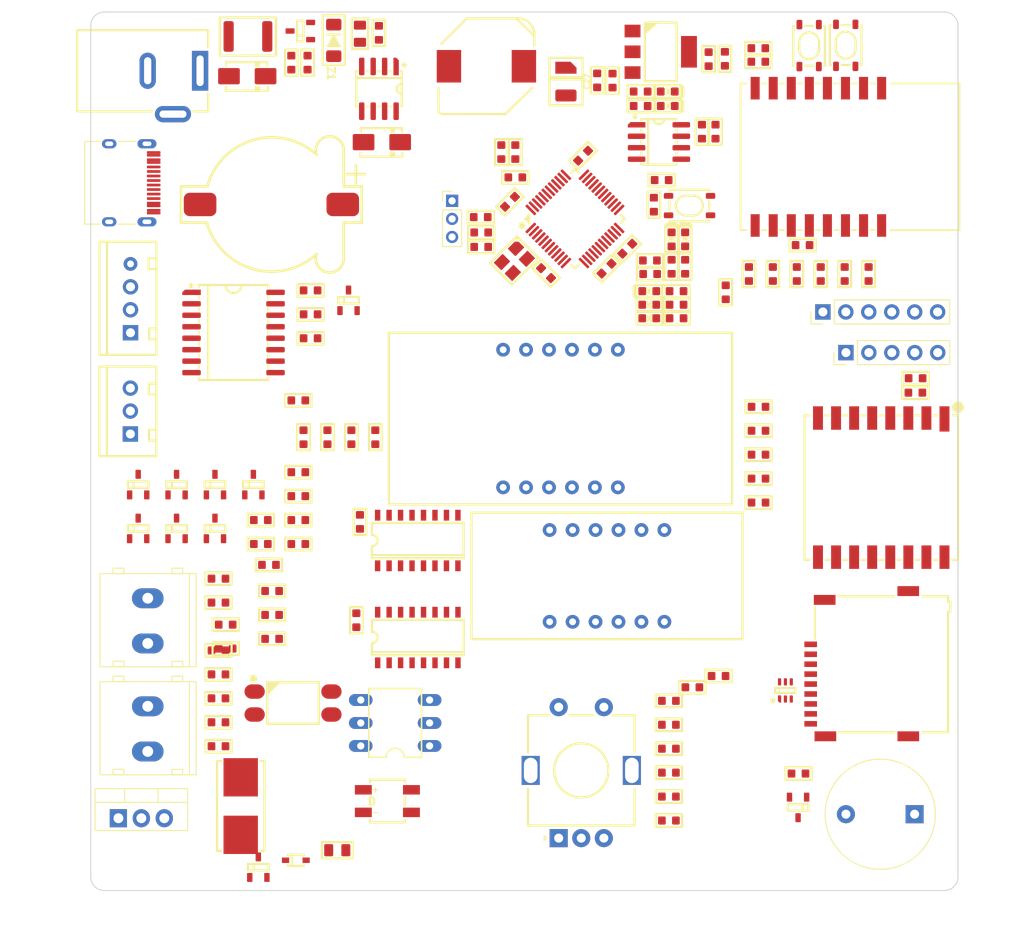
<source format=kicad_pcb>
(kicad_pcb (version 20221018) (generator pcbnew)
  (layers (0 "F.Cu" signal) (31 "B.Cu" signal) (34 "B.Paste" user) (35 "F.Paste" user) (36 "B.SilkS" user "B.Silkscreen") (37 "F.SilkS" user "F.Silkscreen") (38 "B.Mask" user) (39 "F.Mask" user) (44 "Edge.Cuts" user))
  (net 0 "")
  (net 1 "+5V")
  (net 2 "GND")
  (net 3 "+3V3")
  (net 4 "Net-(C5-Pad1)")
  (net 5 "Net-(Q4-E)")
  (net 6 "Net-(LE1-e)")
  (net 7 "Net-(LE1-d)")
  (net 8 "Net-(LE1-DPX)")
  (net 9 "Net-(LE1-c)")
  (net 10 "Net-(LE1-g)")
  (net 11 "Net-(LE1-b)")
  (net 12 "Net-(LE1-CC3)")
  (net 13 "Net-(LE1-CC2)")
  (net 14 "Net-(LE1-f)")
  (net 15 "Net-(LE1-a)")
  (net 16 "Net-(LE1-CC1)")
  (net 17 "Net-(Q1-B)")
  (net 18 "Net-(Q2-B)")
  (net 19 "Net-(Q3-B)")
  (net 20 "Net-(Q4-C)")
  (net 21 "Net-(U2-QB)")
  (net 22 "Net-(C5-Pad2)")
  (net 23 "Net-(U2-QD)")
  (net 24 "Net-(U2-QH)")
  (net 25 "Net-(U2-QF)")
  (net 26 "Net-(U2-QE)")
  (net 27 "Net-(U2-QC)")
  (net 28 "Net-(U2-QA)")
  (net 29 "Net-(U2-QG)")
  (net 30 "Net-(D1-+)")
  (net 31 "Net-(C8-Pad1)")
  (net 32 "Net-(D1--)")
  (net 33 "Net-(D2-G)")
  (net 34 "/RTC_DS3231/Vbat")
  (net 35 "/TRIAC_ACDET/Load")
  (net 36 "/STM32/ST.EnC_BT")
  (net 37 "/STM32/ST.EnC_B")
  (net 38 "/STM32/ST.EnC_A")
  (net 39 "Net-(LE2-CC4)")
  (net 40 "Net-(LE2-CC3)")
  (net 41 "Net-(LE2-CC2)")
  (net 42 "Net-(LE2-CC1)")
  (net 43 "Net-(Q5-B)")
  (net 44 "Net-(Q6-B)")
  (net 45 "Net-(Q7-B)")
  (net 46 "Net-(Q8-B)")
  (net 47 "/TRIAC_ACDET/L_after")
  (net 48 "Net-(IC1-VBAT)")
  (net 49 "Net-(R22-Pad1)")
  (net 50 "Net-(R23-Pad1)")
  (net 51 "/MICRO_SD/SD.DET")
  (net 52 "/MICRO_SD/SD.CS")
  (net 53 "Net-(R25-Pad2)")
  (net 54 "/LORA/LORA.MOSI")
  (net 55 "/LORA/LORA.SCK")
  (net 56 "/LORA/LORA.MISO")
  (net 57 "/TRIAC_ACDET/L")
  (net 58 "/74HC595_HEADER_OUTPUT/SHT31.SDA")
  (net 59 "/74HC595_HEADER_OUTPUT/SHT31.SCL")
  (net 62 "/TRIAC_ACDET/N")
  (net 63 "Net-(D4-Pad1)")
  (net 64 "VDC")
  (net 68 "/ESP/RST")
  (net 69 "/ESP/TX")
  (net 70 "/ESP/RX")
  (net 71 "/ESP/BOOT")
  (net 72 "/STM32/SWCLK")
  (net 73 "/STM32/SWDIO")
  (net 74 "/STM32/PD0")
  (net 75 "/STM32/PD1")
  (net 76 "/ESP/RX_ESP32")
  (net 78 "/74HC595_HEADER_OUTPUT/LOG_RX")
  (net 79 "Net-(LE3-Pad1)")
  (net 85 "/STM32/Led_test1")
  (net 86 "/STM32/Led_test3")
  (net 87 "/STM32/Led_test2")
  (net 88 "Net-(U7-PA3)")
  (net 89 "Net-(U7-PB11)")
  (net 94 "/ESP/TX_ESP32")
  (net 95 "/74HC595_HEADER_OUTPUT/LOG_TX")
  (net 102 "/STM32/ST.D+")
  (net 103 "/STM32/RST")
  (net 104 "/STM32/ST.D-")
  (net 105 "Net-(LE4-Pad1)")
  (net 106 "Net-(LE5-Pad1)")
  (net 107 "Net-(LE7-Pad1)")
  (net 108 "Net-(LE8-Pad1)")
  (net 111 "/BUZZER/Buzzer")
  (net 112 "/74HC595_HEADER_OUTPUT/74HC595.RCLK")
  (net 113 "/74HC595_HEADER_OUTPUT/74HC595.SRCLK")
  (net 114 "/74HC595_HEADER_OUTPUT/74HC595.OE")
  (net 115 "/74HC595_HEADER_OUTPUT/74HC595.SER")
  (net 116 "/74HC595_HEADER_OUTPUT/LE3")
  (net 117 "Net-(BZ1-+)")
  (net 118 "/STM32/ACDET")
  (net 119 "Net-(U7-PB2)")
  (net 120 "Net-(U7-BOOT0)")
  (net 123 "/STM32/TRIAC")
  (net 125 "Net-(U2-SER)")
  (net 126 "Net-(U10-EN)")
  (net 127 "Net-(U10-GPIO2)")
  (net 128 "Net-(U10-GPIO14)")
  (net 130 "Net-(U10-GPIO15)")
  (net 131 "/POWER/VOUT")
  (net 132 "Net-(LE6-Pad1)")
  (net 133 "Net-(LE9-Pad1)")
  (net 134 "Net-(Q10-G)")
  (net 135 "/POWER/B")
  (net 136 "/POWER/A")
  (net 137 "/74HC595_HEADER_OUTPUT/LE2")
  (net 138 "/74HC595_HEADER_OUTPUT/LE1")
  (net 139 "/74HC595_HEADER_OUTPUT/LE6")
  (net 140 "/74HC595_HEADER_OUTPUT/LE5")
  (net 141 "/74HC595_HEADER_OUTPUT/LE4")
  (net 142 "/74HC595_HEADER_OUTPUT/LE7")
  (net 143 "/STM32/LORA.CS")
  (net 144 "/STM32/ST.SCK")
  (net 145 "/STM32/ST.MISO")
  (net 146 "/STM32/ST.MOSI")
  (net 147 "/STM32/LORA.INT")
  (net 148 "/STM32/LORA.RST")
  (net 149 "/LORA/LORA.RST")
  (net 150 "/LORA/LORA.INT")
  (net 151 "/LORA/LORA.CS")
  (footprint "IVS_FOOTPRINTS:BarrelJack_Wuerth_6941xx301002" (layer "F.Cu") (at 102.3 53.5 -90)
    (fp_text reference "J10" hide)
    (fp_text value "Jack-DC")
  )
  (footprint "IVS_FOOTPRINTS:R_0603" (layer "F.Cu") (at 110.14 117.675)
    (fp_text reference "R20" hide)
    (fp_text value "22k")
  )
  (footprint "IVS_FOOTPRINTS:SOIC-16W_7.5x10.3mm_P1.27mm" (layer "F.Cu") (at 111.805 82.471942)
    (fp_text reference "IC1" hide)
    (fp_text value "RTC_DS3231M" hide)
  )
  (footprint "IVS_FOOTPRINTS:R_0603" (layer "F.Cu") (at 169.925 98.65)
    (fp_text reference "R16" hide)
    (fp_text value "1k")
  )
  (footprint "IVS_FOOTPRINTS:C_0603" (layer "F.Cu") (at 160.0008 131.2)
    (fp_text reference "C16" hide)
    (fp_text value "1uF")
  )
  (footprint "IVS_FOOTPRINTS:SOT23-3" (layer "F.Cu") (at 124.535 78.913335)
    (fp_text reference "D4" hide)
    (fp_text value "BAT54C")
  )
  (footprint "IVS_FOOTPRINTS:C_0603" (layer "F.Cu") (at 127.9 49.3 -90)
    (fp_text reference "C25" hide)
    (fp_text value "1uF")
  )
  (footprint "IVS_FOOTPRINTS:R_0603" (layer "F.Cu") (at 160.3 75.2 90)
    (fp_text reference "R31" hide)
    (fp_text value "1k")
  )
  (footprint "IVS_FOOTPRINTS:R_0603" (layer "F.Cu") (at 159.2 65.6)
    (fp_text reference "R46" hide)
    (fp_text value "10k")
  )
  (footprint "IVS_FOOTPRINTS:D_SOD323" (layer "F.Cu") (at 118.7 140.9)
    (fp_text reference "D3" hide)
    (fp_text value "1N4148")
  )
  (footprint "IVS_FOOTPRINTS:R_0603" (layer "F.Cu") (at 169.925 93.35)
    (fp_text reference "R14" hide)
    (fp_text value "1k")
  )
  (footprint "IVS_FOOTPRINTS:R_0603" (layer "F.Cu") (at 169.925 96)
    (fp_text reference "R15" hide)
    (fp_text value "1k")
  )
  (footprint "IVS_FOOTPRINTS:LED_0603" (layer "F.Cu") (at 159.875 55.8 180)
    (fp_text reference "LE7" hide)
    (fp_text value "Led")
  )
  (footprint "IVS_FOOTPRINTS:C_0603" (layer "F.Cu") (at 110.9358 117.465)
    (fp_text reference "C8" hide)
    (fp_text value "50nF")
  )
  (footprint "IVS_FOOTPRINTS:C_0603" (layer "F.Cu") (at 160.0008 136.5)
    (fp_text reference "C18" hide)
    (fp_text value "1uF")
  )
  (footprint "IVS_FOOTPRINTS:Buzzer_12x9.5RM7.6" (layer "F.Cu") (at 187.2 135.8 180)
    (fp_text reference "BZ1" hide)
    (fp_text value "Buzzer")
  )
  (footprint "IVS_FOOTPRINTS:SW_SPST_PTS810" (layer "F.Cu") (at 179.6 50.7 90)
    (fp_text reference "SW2" hide)
    (fp_text value "SW_Push" hide)
  )
  (footprint "IVS_FOOTPRINTS:SOIC-8_3.9x4.9mm_P1.27mm" (layer "F.Cu") (at 127.9 55.5 -90)
    (fp_text reference "U5" hide)
    (fp_text value "XL1509" hide)
  )
  (footprint "IVS_FOOTPRINTS:C_0603" (layer "F.Cu") (at 166.29 78.025 90)
    (fp_text reference "C30" hide)
    (fp_text value "1uF")
  )
  (footprint "IVS_FOOTPRINTS:R_0603" (layer "F.Cu") (at 116.075 111.09)
    (fp_text reference "R10" hide)
    (fp_text value "1k")
  )
  (footprint "IVS_FOOTPRINTS:C_0603" (layer "F.Cu") (at 165.16 60.240697 90)
    (fp_text reference "C21" hide)
    (fp_text value "100nF")
  )
  (footprint "IVS_FOOTPRINTS:R_0603" (layer "F.Cu") (at 118.975 97.94)
    (fp_text reference "R36" hide)
    (fp_text value "2k")
  )
  (footprint "IVS_FOOTPRINTS:R_0603" (layer "F.Cu") (at 179.46 76 90)
    (fp_text reference "R43" hide)
    (fp_text value "10k")
  )
  (footprint "IVS_FOOTPRINTS:C_0603" (layer "F.Cu") (at 139.22 73 180)
    (fp_text reference "C12" hide)
    (fp_text value "22pF")
  )
  (footprint "IVS_FOOTPRINTS:LED_0603" (layer "F.Cu") (at 161.8 72.161893 -90)
    (fp_text reference "LE6" hide)
    (fp_text value "Led")
  )
  (footprint "IVS_FOOTPRINTS:R_0603" (layer "F.Cu") (at 169.925 101.3)
    (fp_text reference "R17" hide)
    (fp_text value "1k")
  )
  (footprint "IVS_FOOTPRINTS:R_0603" (layer "F.Cu") (at 141.45 62.5 -90)
    (fp_text reference "R27" hide)
    (fp_text value "4k7")
  )
  (footprint "IVS_FOOTPRINTS:R_0603" (layer "F.Cu") (at 118.975 100.59)
    (fp_text reference "R37" hide)
    (fp_text value "2k")
  )
  (footprint "IVS_FOOTPRINTS:C_0603" (layer "F.Cu") (at 153.76 54.5875 90)
    (fp_text reference "C1" hide)
    (fp_text value "1uF")
  )
  (footprint "IVS_FOOTPRINTS:R_0603" (layer "F.Cu") (at 160 125.9)
    (fp_text reference "R2" hide)
    (fp_text value "4k7")
  )
  (footprint "IVS_FOOTPRINTS:R_0603" (layer "F.Cu") (at 127.5 94.065 -90)
    (fp_text reference "R4" hide)
    (fp_text value "4k7")
  )
  (footprint "IVS_FOOTPRINTS:SOT23-3" (layer "F.Cu") (at 105.5 99.3125)
    (fp_text reference "Q2" hide)
    (fp_text value "NPN")
  )
  (footprint "IVS_FOOTPRINTS:R_0603" (layer "F.Cu") (at 118.975 103.24)
    (fp_text reference "R38" hide)
    (fp_text value "2k")
  )
  (footprint "IVS_FOOTPRINTS:SOT23-3" (layer "F.Cu") (at 174.3 135.05 180)
    (fp_text reference "Q9" hide)
    (fp_text value "N_Mosfet")
  )
  (footprint "IVS_FOOTPRINTS:LED_0603" (layer "F.Cu") (at 160.3 72.161893 -90)
    (fp_text reference "LE9" hide)
    (fp_text value "Led")
  )
  (footprint "IVS_FOOTPRINTS:R_0603" (layer "F.Cu") (at 114.825 103.24)
    (fp_text reference "R18" hide)
    (fp_text value "2k")
  )
  (footprint "IVS_FOOTPRINTS:C_0603" (layer "F.Cu") (at 164.4 52.2125 -90)
    (fp_text reference "C4" hide)
    (fp_text value "100nF")
  )
  (footprint "IVS_FOOTPRINTS:R_0603" (layer "F.Cu") (at 110.14 112.375)
    (fp_text reference "R9" hide)
    (fp_text value "180k")
  )
  (footprint "IVS_FOOTPRINTS:C_0603" (layer "F.Cu") (at 187.288959 89.136042)
    (fp_text reference "C22" hide)
    (fp_text value "1uF")
  )
  (footprint "IVS_FOOTPRINTS:Conn_XH-P2.54mm-4P" (layer "F.Cu") (at 100.4 78.69 180)
    (fp_text reference "J3" hide)
    (fp_text value "Conn_01x04")
  )
  (footprint "IVS_FOOTPRINTS:R_0603" (layer "F.Cu") (at 110.14 125.625)
    (fp_text reference "R24" hide)
    (fp_text value "1k")
  )
  (footprint "IVS_FOOTPRINTS:R_0603" (layer "F.Cu") (at 119.55 94.065 -90)
    (fp_text reference "R8" hide)
    (fp_text value "4k7")
  )
  (footprint "IVS_FOOTPRINTS:R_0603" (layer "F.Cu") (at 160.85 80.9 180)
    (fp_text reference "R44" hide)
    (fp_text value "1k")
  )
  (footprint "IVS_FOOTPRINTS:R_0603" (layer "F.Cu") (at 182.11 76 90)
    (fp_text reference "R45" hide)
    (fp_text value "10k")
  )
  (footprint "IVS_FOOTPRINTS:C_0603" (layer "F.Cu") (at 120.3358 77.813335)
    (fp_text reference "C14" hide)
    (fp_text value "10uF")
  )
  (footprint "IVS_FOOTPRINTS:R_0603" (layer "F.Cu") (at 120 52.6 -90)
    (fp_text reference "R32" hide)
    (fp_text value "12k")
  )
  (footprint "IVS_FOOTPRINTS:R_0603" (layer "F.Cu") (at 160.85 79.4 180)
    (fp_text reference "R48" hide)
    (fp_text value "1k")
  )
  (footprint "IVS_FOOTPRINTS:R_0603" (layer "F.Cu") (at 171.51 76 90)
    (fp_text reference "R34" hide)
    (fp_text value "10k")
  )
  (footprint "IVS_FOOTPRINTS:R_0603" (layer "F.Cu") (at 118.975 105.89)
    (fp_text reference "R39" hide)
    (fp_text value "2k")
  )
  (footprint "IVS_FOOTPRINTS:Conn_XH-P2.54mm-3P" (layer "F.Cu") (at 100.385 91.17 180)
    (fp_text reference "J4" hide)
    (fp_text value "Conn_01x03")
  )
  (footprint "IVS_FOOTPRINTS:PinHeader_1x03_P2.00mm_Vertical" (layer "F.Cu") (at 136 67.9)
    (fp_text reference "J11" hide)
    (fp_text value "Conn_01x03_Pin")
  )
  (footprint "IVS_FOOTPRINTS:C_0603" (layer "F.Cu") (at 187.313959 87.536042)
    (fp_text reference "C23" hide)
    (fp_text value "100nF")
  )
  (footprint "IVS_FOOTPRINTS:R_0603" (layer "F.Cu") (at 118.975 89.99)
    (fp_text reference "R29" hide)
    (fp_text value "2k")
  )
  (footprint "IVS_FOOTPRINTS:R_0603" (layer "F.Cu") (at 122.2 94.065 -90)
    (fp_text reference "R7" hide)
    (fp_text value "4k7")
  )
  (footprint "IVS_FOOTPRINTS:7Segment_4led_CC_38x19" (layer "F.Cu") (at 148 92)
    (fp_text reference "LE1" hide)
    (fp_text value "5631AS")
  )
  (footprint "IVS_FOOTPRINTS:R_0603" (layer "F.Cu") (at 160 128.55)
    (fp_text reference "R3" hide)
    (fp_text value "4k7")
  )
  (footprint "IVS_FOOTPRINTS:LED_0603" (layer "F.Cu") (at 157.825 79.4 180)
    (fp_text reference "LE5" hide)
    (fp_text value "Led")
  )
  (footprint "IVS_FOOTPRINTS:BatteryHolder_CR1220" (layer "F.Cu") (at 116 68.3)
    (fp_text reference "BT1" hide)
    (fp_text value "CR1220" hide)
  )
  (footprint "IVS_FOOTPRINTS:C_0603" (layer "F.Cu") (at 163.66 60.240697 90)
    (fp_text reference "C20" hide)
    (fp_text value "10uF")
  )
  (footprint "IVS_FOOTPRINTS:SOT233" (layer "F.Cu") (at 159.16 51.25 -90)
    (fp_text reference "Ue" hide)
    (fp_text value "AMS1117")
  )
  (footprint "IVS_FOOTPRINTS:C_0603" (layer "F.Cu") (at 169.9 52.5 180)
    (fp_text reference "C31" hide)
    (fp_text value "1uF")
  )
  (footprint "IVS_FOOTPRINTS:SOT23-3" (layer "F.Cu") (at 105.5 104.1625)
    (fp_text reference "Q7" hide)
    (fp_text value "NPN")
  )
  (footprint "IVS_FOOTPRINTS:R_0603" (layer "F.Cu") (at 116.075 116.39)
    (fp_text reference "R12" hide)
    (fp_text value "1k")
  )
  (footprint "IVS_FOOTPRINTS:LED_0603" (layer "F.Cu") (at 159.875 57.4 180)
    (fp_text reference "LE8" hide)
    (fp_text value "Led")
  )
  (footprint "IVS_FOOTPRINTS:R_0603" (layer "F.Cu") (at 174.35 131.3 180)
    (fp_text reference "R49" hide)
    (fp_text value "1M")
  )
  (footprint "IVS_FOOTPRINTS:C_0603" (layer "F.Cu") (at 120.3358 80.463335)
    (fp_text reference "C19" hide)
    (fp_text value "100nF")
  )
  (footprint "IVS_FOOTPRINTS:LED_0603" (layer "F.Cu") (at 157.825 77.9)
    (fp_text reference "LE4" hide)
    (fp_text value "Led")
  )
  (footprint "IVS_FOOTPRINTS:SOIC-16W_3.92x10.2mm" (layer "F.Cu") (at 132.205 116.24)
    (fp_text reference "U6" hide)
    (fp_text value "74HC595")
  )
  (footprint "IVS_FOOTPRINTS:SOT23-3" (layer "F.Cu") (at 101.25 104.1625)
    (fp_text reference "Q6" hide)
    (fp_text value "NPN")
  )
  (footprint "IVS_FOOTPRINTS:R_0603" (layer "F.Cu") (at 139.1708 69.7 180)
    (fp_text reference "R40" hide)
    (fp_text value "1M")
  )
  (footprint "IVS_FOOTPRINTS:C_0805" (layer "F.Cu") (at 125.8 49.4 -90)
    (fp_text reference "C24" hide)
    (fp_text value "10uF")
  )
  (footprint "IVS_FOOTPRINTS:R_0603" (layer "F.Cu") (at 160.85 77.9 180)
    (fp_text reference "R47" hide)
    (fp_text value "1k")
  )
  (footprint "IVS_FOOTPRINTS:R_0603" (layer "F.Cu") (at 110.14 128.275)
    (fp_text reference "R25" hide)
    (fp_text value "360")
  )
  (footprint "IVS_FOOTPRINTS:R_0603" (layer "F.Cu") (at 176.81 76 90)
    (fp_text reference "R42" hide)
    (fp_text value "100")
  )
  (footprint "IVS_FOOTPRINTS:C_0603" (layer "F.Cu") (at 118.2 52.6 -90)
    (fp_text reference "C26" hide)
    (fp_text value "100nF")
  )
  (footprint "IVS_FOOTPRINTS:DIL06-E" (layer "F.Cu") (at 129.7 125.7 90)
    (fp_text reference "U4" hide)
    (fp_text value "MOC3020M")
  )
  (footprint "IVS_FOOTPRINTS:C_0603" (layer "F.Cu") (at 152.06 54.5625 -90)
    (fp_text reference "C2" hide)
    (fp_text value "100nF")
  )
  (footprint "IVS_FOOTPRINTS:R_0603" (layer "F.Cu") (at 157.9 74.5 180)
    (fp_text reference "R58" hide)
    (fp_text value "100R")
  )
  (footprint "IVS_FOOTPRINTS:R_0603" (layer "F.Cu") (at 169.925 90.7)
    (fp_text reference "R13" hide)
    (fp_text value "1k")
  )
  (footprint "IVS_FOOTPRINTS:R_0603" (layer "F.Cu") (at 116.075 113.74)
    (fp_text reference "R11" hide)
    (fp_text value "1k")
  )
  (footprint "IVS_FOOTPRINTS:SW_SPST_PTS810" (layer "F.Cu") (at 162.3 68.4 180)
    (fp_text reference "SW4" hide)
    (fp_text value "SW_Push" hide)
  )
  (footprint "IVS_FOOTPRINTS:TSSOP-6" (layer "F.Cu") (at 172.9 122.1)
    (fp_text reference "D5" hide)
    (fp_text value "SMF05C" hide)
  )
  (footprint "IVS_FOOTPRINTS:D_SMA" (layer "F.Cu") (at 128.3 61.4 180)
    (fp_text reference "D6" hide)
    (fp_text value "SS54")
  )
  (footprint "IVS_FOOTPRINTS:C_0603" (layer "F.Cu") (at 110.9358 114.815)
    (fp_text reference "C7" hide)
    (fp_text value "10uF")
  )
  (footprint "IVS_FOOTPRINTS:C_0603" (layer "F.Cu") (at 115.725 108.2)
    (fp_text reference "C5" hide)
    (fp_text value "10nF")
  )
  (footprint "IVS_FOOTPRINTS:MODULE_RA-02_LORA" (layer "F.Cu") (at 183.50698 99.643021 -90)
    (fp_text reference "U9" hide)
    (fp_text value "Ai-Thinker-Ra-02")
  )
  (footprint "IVS_FOOTPRINTS:PinHeader_1x06_P2.54mm_Vertical" (layer "F.Cu") (at 177.05 80.2 90)
    (fp_text reference "J6" hide)
    (fp_text value " ")
  )
  (footprint "IVS_FOOTPRINTS:R_0603" (layer "F.Cu") (at 157.925 76)
    (fp_text reference "R59" hide)
    (fp_text value "100R")
  )
  (footprint "IVS_FOOTPRINTS:SOT23-3" (layer "F.Cu") (at 114 99.3125)
    (fp_text reference "Q5" hide)
    (fp_text value "NPN")
  )
  (footprint "IVS_FOOTPRINTS:C_0603" (layer "F.Cu") (at 158.3375 68.325 -90)
    (fp_text reference "C15" hide)
    (fp_text value "1uF")
  )
  (footprint "IVS_FOOTPRINTS:C_0603" (layer "F.Cu") (at 169.9 51 180)
    (fp_text reference "C32" hide)
    (fp_text value "100nF")
  )
  (footprint "IVS_FOOTPRINTS:Fuse_1812_4532Metric" (layer "F.Cu") (at 113.4 49.7)
    (fp_text reference "F3" hide)
    (fp_text value "Fuse" hide)
  )
  (footprint "IVS_FOOTPRINTS:R_0603" (layer "F.Cu") (at 156.875 55.8)
    (fp_text reference "R50" hide)
    (fp_text value "1k")
  )
  (footprint "IVS_FOOTPRINTS:C_0603" (layer "F.Cu") (at 139.22 71.4 180)
    (fp_text reference "C13" hide)
    (fp_text value "22pF")
  )
  (footprint "IVS_FOOTPRINTS:SOT23-3" (layer "F.Cu") (at 109.75 104.1625)
    (fp_text reference "Q8" hide)
    (fp_text value "NPN")
  )
  (footprint "IVS_FOOTPRINTS:SOT23-3" (layer "F.Cu") (at 101.25 99.3125)
    (fp_text reference "Q1" hide)
    (fp_text value "NPN")
  )
  (footprint "IVS_FOOTPRINTS:R_0603" (layer "F.Cu") (at 110.14 122.975)
    (fp_text reference "R22" hide)
    (fp_text value "1k")
  )
  (footprint "IVS_FOOTPRINTS:KF128-5.0-2P" (layer "F.Cu") (at 102.31 114.395 -90)
    (fp_text reference "J2" hide)
    (fp_text value "Conn_01x02")
  )
  (footprint "IVS_FOOTPRINTS:R_0603" (layer "F.Cu") (at 114.825 105.89)
    (fp_text reference "R28" hide)
    (fp_text value "2k")
  )
  (footprint "IVS_FOOTPRINTS:D_SMA" (layer "F.Cu") (at 113.4 54.1 180)
    (fp_text reference "D8" hide)
    (fp_text value "SS54")
  )
  (footprint "IVS_FOOTPRINTS:SOIC-16W_3.92x10.2mm" (layer "F.Cu") (at 132.2 105.5)
    (fp_text reference "U2" hide)
    (fp_text value "74HC595")
  )
  (footprint "IVS_FOOTPRINTS:C_0603" (layer "F.Cu") (at 146.4 75.9 135)
    (fp_text reference "C36" hide)
    (fp_text value "100nF")
  )
  (footprint "IVS_FOOTPRINTS:7Segment_4led_Cathode_30x14mm" (layer "F.Cu") (at 153.15 109.42)
    (fp_text reference "LE2" hide)
    (fp_text value "5631AS")
  )
  (footprint "IVS_FOOTPRINTS:LED_0603" (layer "F.Cu") (at 157.825 80.9 180)
    (fp_text reference "LE3" hide)
    (fp_text value "Led")
  )
  (footprint "IVS_FOOTPRINTS:SOT23-3" (layer "F.Cu") (at 119.2 49.1 90)
    (fp_text reference "Q10" hide)
    (fp_text value "P_Mosfet")
  )
  (footprint "IVS_FOOTPRINTS:SW_SPST_PTS810" (layer "F.Cu") (at 175.5 50.7 -90)
    (fp_text reference "SW3" hide)
    (fp_text value "SW_Push" hide)
  )
  (footprint "IVS_FOOTPRINTS:R_0603" (layer "F.Cu") (at 161.8 75.2 90)
    (fp_text reference "R30" hide)
    (fp_text value "1k")
  )
  (footprint "IVS_FOOTPRINTS:LQFP-48_7x7mm_P0.5mm" (layer "F.Cu") (at 149.6 69.9 45)
    (fp_text reference "U7" hide)
    (fp_text value "STM32F103C8Tx")
  )
  (footprint "IVS_FOOTPRINTS:R_0603" (layer "F.Cu") (at 168.86 76 90)
    (fp_text reference "R33" hide)
    (fp_text value "10k")
  )
  (footprint "IVS_FOOTPRINTS:R_0603" (layer "F.Cu") (at 120.335 83.113335)
    (fp_text reference "R41" hide)
    (fp_text value "1k")
  )
  (footprint "IVS_FOOTPRINTS:Crystal_3225_4P_3.2x2.6mm" (layer "F.Cu") (at 142.9 74.5 -135)
    (fp_text reference "Y1" hide)
    (fp_text value "Crystal_GND24_Small")
  )
  (footprint "IVS_FOOTPRINTS:C_0603" (layer "F.Cu") (at 142.4 68 45)
    (fp_text reference "C35" hide)
    (fp_text value "100nF")
  )
  (footprint "IVS_FOOTPRINTS:R_0603" (layer "F.Cu") (at 124.85 94.065 -90)
    (fp_text reference "R5" hide)
    (fp_text value "4k7")
  )
  (footprint "IVS_FOOTPRINTS:L_10.4x10.4_H4.8" (layer "F.Cu") (at 139.8 53)
    (fp_text reference "L1" hide)
    (fp_text value "68uH 2A")
  )
  (footprint "IVS_FOOTPRINTS:D_MiniMELF" (layer "F.Cu") (at 122.9 50.1 -90)
    (fp_text reference "Z1")
    (fp_text value "D_Zener")
  )
  (footprint "IVS_FOOTPRINTS:C_0603" (layer "F.Cu") (at 160.0008 133.85)
    (fp_text reference "C17" hide)
    (fp_text value "1uF")
  )
  (footprint "IVS_FOOTPRINTS:R_0603" (layer "F.Cu") (at 110.14 120.325)
    (fp_text reference "R21" hide)
    (fp_text value "470")
  )
  (footprint "IVS_FOOTPRINTS:SOIC-8_3.9x4.9mm_P1.27mm" (layer "F.Cu") (at 158.9 61.384304)
    (fp_text reference "U8" hide)
    (fp_text value "24C32N" hide)
  )
  (footprint "IVS_FOOTPRINTS:R_0603" (layer "F.Cu") (at 160 123.25)
    (fp_text reference "R1" hide)
    (fp_text value "4k7")
  )
  (footprint "IVS_FOOTPRINTS:R_0603" (layer "F.Cu") (at 153.1 75.4 45)
    (fp_text reference "R61" hide)
    (fp_text value "10K")
  )
  (footprint "IVS_FOOTPRINTS:DiodeBridge_MB10F-13AQ" (layer "F.Cu") (at 128.8375 134.35)
    (fp_text reference "D1" hide)
    (fp_text value "MB10F")
  )
  (footprint "IVS_FOOTPRINTS:R_0603" (layer "F.Cu") (at 156.875 57.4)
    (fp_text reference "R51" hide)
    (fp_text value "1k")
  )
  (footprint "IVS_FOOTPRINTS:R_0603" (layer "F.Cu") (at 110.14 109.725)
    (fp_text reference "R6" hide)
    (fp_text value "180k")
  )
  (footprint "IVS_FOOTPRINTS:C_0603" (layer "F.Cu") (at 174.8 72.8 180)
    (fp_text reference "C29" hide)
    (fp_text value "1uF")
  )
  (footprint "IVS_FOOTPRINTS:C_0603" (layer "F.Cu") (at 125.8 103.44 90)
    (fp_text reference "C9" hide)
    (fp_text value "100nF")
  )
  (footprint "IVS_FOOTPRINTS:KF128-5.0-2P" (layer "F.Cu") (at 102.31 126.355 -90)
    (fp_text reference "J5" hide)
    (fp_text value "Conn_01x02")
  )
  (footprint "IVS_FOOTPRINTS:C_0603" (layer "F.Cu") (at 162.6008 121.75)
    (fp_text reference "C10" hide)
    (fp_text value "100nF")
  )
  (footprint "IVS_FOOTPRINTS:R_0603" (layer "F.Cu") (at 174.16 76 90)
    (fp_text reference "R35" hide)
    (fp_text value "10k")
  )
  (footprint "IVS_FOOTPRINTS:R_0603" (layer "F.Cu") (at 165.5 120.5)
    (fp_text reference "R52" hide)
    (fp_text value "4k7")
  )
  (footprint "IVS_FOOTPRINTS:CP_EIA-3528-15_AVX-H" (layer "F.Cu") (at 148.6 54.7 -90)
    (fp_text reference "C27")
    (fp_text value "10uF" hide)
  )
  (footprint "IVS_FOOTPRINTS:Fuseholder_Littelfuse_Nano2_154x" (layer "F.Cu") (at 112.6 134.9 90)
    (fp_text reference "F1" hide)
    (fp_text value "Fuse")
  )
  (footprint "IVS_FOOTPRINTS:R_0603" (layer "F.Cu") (at 143 65.3)
    (fp_text reference "R62" hide)
    (fp_text value "10K")
  )
  (footprint "IVS_FOOTPRINTS:SOT23-3" (layer "F.Cu") (at 114.55 141.6625)
    (fp_text reference "Q4" hide)
    (fp_text value "NPN")
  )
  (footprint "IVS_FOOTPRINTS:USB_C_Receptacle_XKB_U262-16XN-4BVC11" (layer "F.Cu") (at 99.115 65.9 -90)
    (fp_text reference "J9" hide)
    (fp_text value "USB_C_Receptacle" hide)
  )
  (footprint "IVS_FOOTPRINTS:R_0805" (layer "F.Cu") (at 123.29 139.785)
    (fp_text reference "R23" hide)
    (fp_text value "360")
  )
  (footprint "IVS_FOOTPRINTS:C_0603" (layer "F.Cu") (at 155.4 73.2 45)
    (fp_text reference "C34" hide)
    (fp_text value "100nF")
  )
  (footprint "IVS_FOOTPRINTS:SOT23-3" (layer "F.Cu") (at 109.75 99.3125)
    (fp_text reference "Q3" hide)
    (fp_text value "NPN")
  )
  (footprint "IVS_FOOTPRINTS:PinHeader_1x05_P2.54mm_Vertical" (layer "F.Cu") (at 179.6 84.7 90)
    (fp_text reference "J7" hide)
    (fp_text value "Conn_01x05_Male")
  )
  (footprint "IVS_FOOTPRINTS:C_0603" (layer "F.Cu") (at 166.2 52.175 90)
    (fp_text reference "C3" hide)
    (fp_text value "1uF")
  )
  (footprint "IVS_FOOTPRINTS:TO-220-3_Vertical" (layer "F.Cu") (at 99.06 136.245)
    (fp_text reference "D2" hide)
    (fp_text value "TRIAC")
  )
  (footprint "IVS_FOOTPRINTS:RotaryEncoder_Alps_EC11E-Switch_Vertical_H20mm" (layer "F.Cu") (at 150.2384 130.9316)
    (fp_text reference "SW1" hide)
    (fp_text value "RotaryEncoder_Switch")
  )
  (footprint "IVS_FOOTPRINTS:C_0603" (layer "F.Cu") (at 150.5 62.9 -135)
    (fp_text reference "C33" hide)
    (fp_text value "100nF")
  )
  (footprint "IVS_FOOTPRINTS:OPTO_SOT254P975X400-4N" (layer "F.Cu") (at 118.391 123.495167)
    (fp_text reference "U3" hide)
    (fp_text value "PC817")
  )
  (footprint "IVS_FOOTPRINTS:ESP8266-07__ESP32-C3-12F" (layer "F.Cu") (at 184.55 54.9075 -90)
    (fp_text reference "U10" hide)
    (fp_text value "ESP-07")
  )
  (footprint "IVS_FOOTPRINTS:R_0603" (layer "F.Cu") (at 143 62.5 -90)
    (fp_text reference "R26" hide)
    (fp_text value "4k7")
  )
  (footprint "IVS_FOOTPRINTS:MicroSD_Socket_9P" (layer "F.Cu") (at 186.9225 119.575 90)
    (fp_text reference "J12" hide)
    (fp_text value "Micro_SD_Card_Det1")
  )
  (footprint "IVS_FOOTPRINTS:C_0603" (layer "F.Cu") (at 125.4 114.325 90)
    (fp_text reference "C11" hide)
    (fp_text value "100nF")
  )
  (gr_line (start 190.5 47) (end 97.5 47) (stroke (width 0.1)) (layer "Edge.Cuts"))
  (gr_arc (start 96 48.5) (mid 96.43934 47.43934) (end 97.5 47) (stroke (width 0.1)) (layer "Edge.Cuts"))
  (gr_line (start 97.5 144.25) (end 190.5 144.25) (stroke (width 0.1)) (layer "Edge.Cuts"))
  (gr_line (start 96 48.5) (end 96 142.75) (stroke (width 0.1)) (layer "Edge.Cuts"))
  (gr_arc (start 192 142.75) (mid 191.56066 143.81066) (end 190.5 144.25) (stroke (width 0.1)) (layer "Edge.Cuts"))
  (gr_arc (start 97.5 144.25) (mid 96.43934 143.81066) (end 96 142.75) (stroke (width 0.1)) (layer "Edge.Cuts"))
  (gr_line (start 192 142.75) (end 192 48.5) (stroke (width 0.1)) (layer "Edge.Cuts"))
  (gr_arc (start 190.5 47) (mid 191.56066 47.43934) (end 192 48.5) (stroke (width 0.1)) (layer "Edge.Cuts"))
)
</source>
